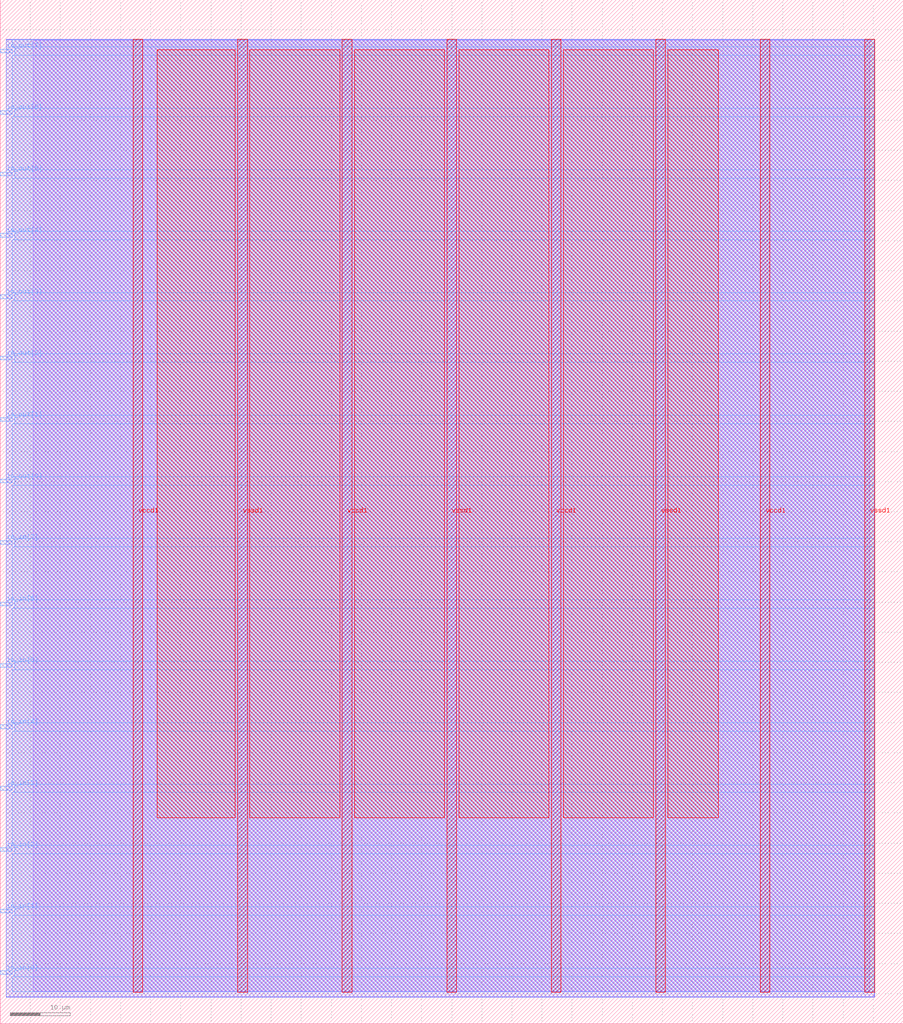
<source format=lef>
VERSION 5.7 ;
  NOWIREEXTENSIONATPIN ON ;
  DIVIDERCHAR "/" ;
  BUSBITCHARS "[]" ;
MACRO browndeer_rv8u
  CLASS BLOCK ;
  FOREIGN browndeer_rv8u ;
  ORIGIN 0.000 0.000 ;
  SIZE 150.000 BY 170.000 ;
  PIN io_in[0]
    DIRECTION INPUT ;
    USE SIGNAL ;
    PORT
      LAYER met3 ;
        RECT 0.000 8.200 2.000 8.800 ;
    END
  END io_in[0]
  PIN io_in[1]
    DIRECTION INPUT ;
    USE SIGNAL ;
    PORT
      LAYER met3 ;
        RECT 0.000 18.400 2.000 19.000 ;
    END
  END io_in[1]
  PIN io_in[2]
    DIRECTION INPUT ;
    USE SIGNAL ;
    PORT
      LAYER met3 ;
        RECT 0.000 28.600 2.000 29.200 ;
    END
  END io_in[2]
  PIN io_in[3]
    DIRECTION INPUT ;
    USE SIGNAL ;
    PORT
      LAYER met3 ;
        RECT 0.000 38.800 2.000 39.400 ;
    END
  END io_in[3]
  PIN io_in[4]
    DIRECTION INPUT ;
    USE SIGNAL ;
    PORT
      LAYER met3 ;
        RECT 0.000 49.000 2.000 49.600 ;
    END
  END io_in[4]
  PIN io_in[5]
    DIRECTION INPUT ;
    USE SIGNAL ;
    PORT
      LAYER met3 ;
        RECT 0.000 59.200 2.000 59.800 ;
    END
  END io_in[5]
  PIN io_in[6]
    DIRECTION INPUT ;
    USE SIGNAL ;
    PORT
      LAYER met3 ;
        RECT 0.000 69.400 2.000 70.000 ;
    END
  END io_in[6]
  PIN io_in[7]
    DIRECTION INPUT ;
    USE SIGNAL ;
    PORT
      LAYER met3 ;
        RECT 0.000 79.600 2.000 80.200 ;
    END
  END io_in[7]
  PIN io_out[0]
    DIRECTION OUTPUT TRISTATE ;
    USE SIGNAL ;
    PORT
      LAYER met3 ;
        RECT 0.000 89.800 2.000 90.400 ;
    END
  END io_out[0]
  PIN io_out[1]
    DIRECTION OUTPUT TRISTATE ;
    USE SIGNAL ;
    PORT
      LAYER met3 ;
        RECT 0.000 100.000 2.000 100.600 ;
    END
  END io_out[1]
  PIN io_out[2]
    DIRECTION OUTPUT TRISTATE ;
    USE SIGNAL ;
    PORT
      LAYER met3 ;
        RECT 0.000 110.200 2.000 110.800 ;
    END
  END io_out[2]
  PIN io_out[3]
    DIRECTION OUTPUT TRISTATE ;
    USE SIGNAL ;
    PORT
      LAYER met3 ;
        RECT 0.000 120.400 2.000 121.000 ;
    END
  END io_out[3]
  PIN io_out[4]
    DIRECTION OUTPUT TRISTATE ;
    USE SIGNAL ;
    PORT
      LAYER met3 ;
        RECT 0.000 130.600 2.000 131.200 ;
    END
  END io_out[4]
  PIN io_out[5]
    DIRECTION OUTPUT TRISTATE ;
    USE SIGNAL ;
    PORT
      LAYER met3 ;
        RECT 0.000 140.800 2.000 141.400 ;
    END
  END io_out[5]
  PIN io_out[6]
    DIRECTION OUTPUT TRISTATE ;
    USE SIGNAL ;
    PORT
      LAYER met3 ;
        RECT 0.000 151.000 2.000 151.600 ;
    END
  END io_out[6]
  PIN io_out[7]
    DIRECTION OUTPUT TRISTATE ;
    USE SIGNAL ;
    PORT
      LAYER met3 ;
        RECT 0.000 161.200 2.000 161.800 ;
    END
  END io_out[7]
  PIN vccd1
    DIRECTION INOUT ;
    USE POWER ;
    PORT
      LAYER met4 ;
        RECT 22.085 5.200 23.685 163.440 ;
    END
    PORT
      LAYER met4 ;
        RECT 56.815 5.200 58.415 163.440 ;
    END
    PORT
      LAYER met4 ;
        RECT 91.545 5.200 93.145 163.440 ;
    END
    PORT
      LAYER met4 ;
        RECT 126.275 5.200 127.875 163.440 ;
    END
  END vccd1
  PIN vssd1
    DIRECTION INOUT ;
    USE GROUND ;
    PORT
      LAYER met4 ;
        RECT 39.450 5.200 41.050 163.440 ;
    END
    PORT
      LAYER met4 ;
        RECT 74.180 5.200 75.780 163.440 ;
    END
    PORT
      LAYER met4 ;
        RECT 108.910 5.200 110.510 163.440 ;
    END
    PORT
      LAYER met4 ;
        RECT 143.640 5.200 145.240 163.440 ;
    END
  END vssd1
  OBS
      LAYER li1 ;
        RECT 5.520 5.355 144.440 163.285 ;
      LAYER met1 ;
        RECT 0.990 4.460 145.240 163.440 ;
      LAYER met2 ;
        RECT 1.020 4.430 145.210 163.385 ;
      LAYER met3 ;
        RECT 2.000 162.200 145.230 163.365 ;
        RECT 2.400 160.800 145.230 162.200 ;
        RECT 2.000 152.000 145.230 160.800 ;
        RECT 2.400 150.600 145.230 152.000 ;
        RECT 2.000 141.800 145.230 150.600 ;
        RECT 2.400 140.400 145.230 141.800 ;
        RECT 2.000 131.600 145.230 140.400 ;
        RECT 2.400 130.200 145.230 131.600 ;
        RECT 2.000 121.400 145.230 130.200 ;
        RECT 2.400 120.000 145.230 121.400 ;
        RECT 2.000 111.200 145.230 120.000 ;
        RECT 2.400 109.800 145.230 111.200 ;
        RECT 2.000 101.000 145.230 109.800 ;
        RECT 2.400 99.600 145.230 101.000 ;
        RECT 2.000 90.800 145.230 99.600 ;
        RECT 2.400 89.400 145.230 90.800 ;
        RECT 2.000 80.600 145.230 89.400 ;
        RECT 2.400 79.200 145.230 80.600 ;
        RECT 2.000 70.400 145.230 79.200 ;
        RECT 2.400 69.000 145.230 70.400 ;
        RECT 2.000 60.200 145.230 69.000 ;
        RECT 2.400 58.800 145.230 60.200 ;
        RECT 2.000 50.000 145.230 58.800 ;
        RECT 2.400 48.600 145.230 50.000 ;
        RECT 2.000 39.800 145.230 48.600 ;
        RECT 2.400 38.400 145.230 39.800 ;
        RECT 2.000 29.600 145.230 38.400 ;
        RECT 2.400 28.200 145.230 29.600 ;
        RECT 2.000 19.400 145.230 28.200 ;
        RECT 2.400 18.000 145.230 19.400 ;
        RECT 2.000 9.200 145.230 18.000 ;
        RECT 2.400 7.800 145.230 9.200 ;
        RECT 2.000 5.275 145.230 7.800 ;
      LAYER met4 ;
        RECT 26.055 34.175 39.050 161.665 ;
        RECT 41.450 34.175 56.415 161.665 ;
        RECT 58.815 34.175 73.780 161.665 ;
        RECT 76.180 34.175 91.145 161.665 ;
        RECT 93.545 34.175 108.510 161.665 ;
        RECT 110.910 34.175 119.305 161.665 ;
  END
END browndeer_rv8u
END LIBRARY


</source>
